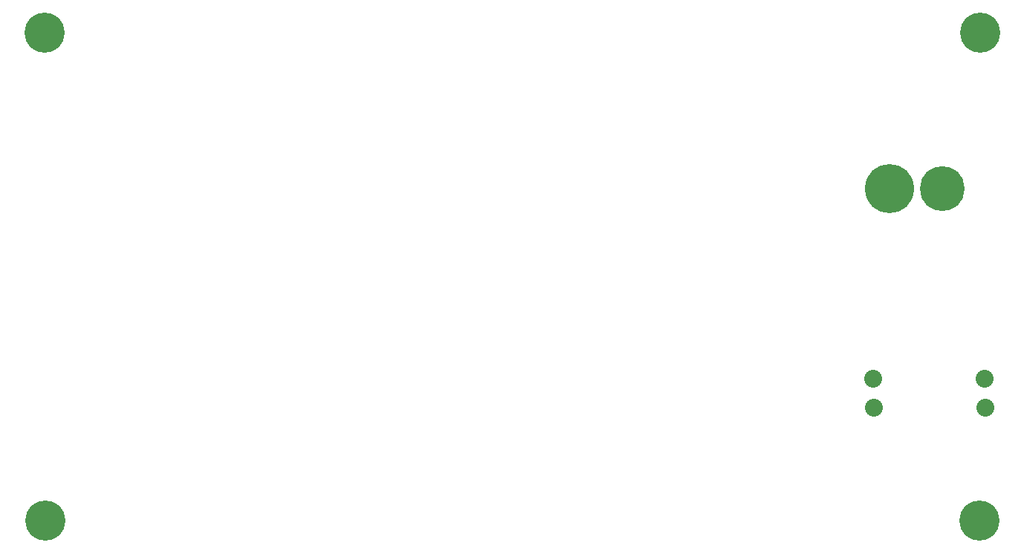
<source format=gbs>
G04 (created by PCBNEW-RS274X (2011-05-25)-stable) date Tue 26 Jun 2012 11:18:22 AM PDT*
G01*
G70*
G90*
%MOIN*%
G04 Gerber Fmt 3.4, Leading zero omitted, Abs format*
%FSLAX34Y34*%
G04 APERTURE LIST*
%ADD10C,0.006000*%
%ADD11C,0.080000*%
%ADD12C,0.220000*%
%ADD13C,0.201100*%
%ADD14C,0.180000*%
G04 APERTURE END LIST*
G54D10*
G54D11*
X62832Y-52348D03*
X67832Y-52348D03*
X62812Y-51048D03*
X67812Y-51048D03*
G54D12*
X63551Y-42545D03*
G54D13*
X65913Y-42545D03*
G54D14*
X25683Y-57437D03*
X67598Y-35544D03*
X67577Y-57437D03*
X25642Y-35544D03*
M02*

</source>
